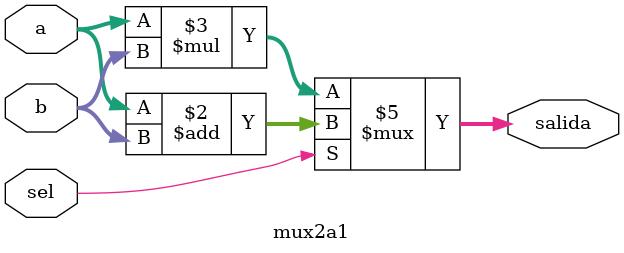
<source format=v>
module mux2a1(a,b,sel, salida);
	input [1:0] a;
	input [1:0] b;
	input sel;
	output reg[3:0] salida;
	
	always @(a,b,sel)
		begin
			if(sel)
						salida = a+b;
			else
						salida = a*b;
		end
endmodule
	
	

</source>
